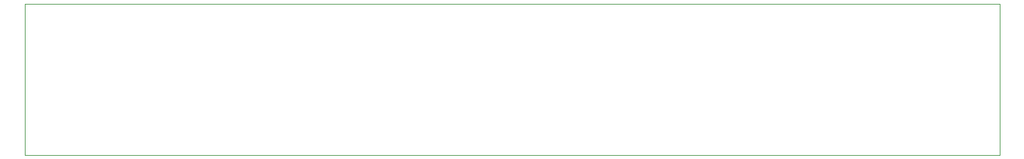
<source format=gbr>
G04 #@! TF.GenerationSoftware,KiCad,Pcbnew,(5.1.4)-1*
G04 #@! TF.CreationDate,2019-09-06T16:55:32+02:00*
G04 #@! TF.ProjectId,DNMS,444e4d53-2e6b-4696-9361-645f70636258,0.9.0*
G04 #@! TF.SameCoordinates,Original*
G04 #@! TF.FileFunction,Profile,NP*
%FSLAX46Y46*%
G04 Gerber Fmt 4.6, Leading zero omitted, Abs format (unit mm)*
G04 Created by KiCad (PCBNEW (5.1.4)-1) date 2019-09-06 16:55:32*
%MOMM*%
%LPD*%
G04 APERTURE LIST*
%ADD10C,0.050000*%
G04 APERTURE END LIST*
D10*
X60858400Y-94200000D02*
X186961800Y-94200000D01*
X60858400Y-74599800D02*
X186961800Y-74599800D01*
X60858400Y-74599800D02*
X60858400Y-94200000D01*
X186961800Y-74599800D02*
X186961800Y-94200000D01*
M02*

</source>
